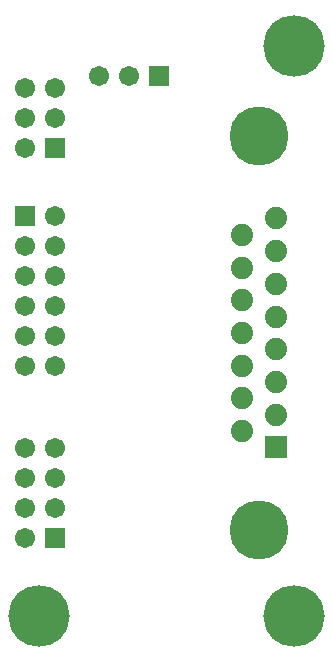
<source format=gbs>
%FSDAX24Y24*%
%MOIN*%
%SFA1B1*%

%IPPOS*%
%ADD27R,0.074500X0.074500*%
%ADD28C,0.074500*%
%ADD29C,0.197000*%
%ADD30C,0.067100*%
%ADD31R,0.067100X0.067100*%
%ADD32R,0.067100X0.067100*%
%ADD33C,0.204900*%
%LNdistro_layout-1*%
%LPD*%
G54D27*
X007899Y005633D03*
G54D28*
X006781Y006178D03*
X007899Y006724D03*
X006781Y007269D03*
X007899Y007814D03*
X006781Y008359D03*
X007899Y008905D03*
X006781Y009450D03*
X007899Y009995D03*
X006781Y010541D03*
X007899Y011086D03*
X006781Y011631D03*
X007899Y012176D03*
X006781Y012722D03*
X007899Y013267D03*
G54D29*
X007340Y002891D03*
Y016009D03*
G54D30*
X-000441Y005617D03*
X000559D03*
X-000441Y004617D03*
X000559D03*
X-000441Y003617D03*
X000559D03*
X-000441Y002617D03*
Y015620D03*
X000559Y016620D03*
X-000441D03*
X000559Y017620D03*
X-000441D03*
X003000Y018003D03*
X002000D03*
X000559Y008360D03*
X-000441D03*
X000559Y009360D03*
X-000441D03*
X000559Y010360D03*
X-000441D03*
X000559Y011360D03*
X-000441D03*
X000559Y012360D03*
X-000441D03*
X000559Y013360D03*
G54D31*
X000559Y002617D03*
Y015620D03*
X-000441Y013360D03*
G54D32*
X004000Y018003D03*
G54D33*
X000000Y000000D03*
X008500D03*
Y019000D03*
M02*
</source>
